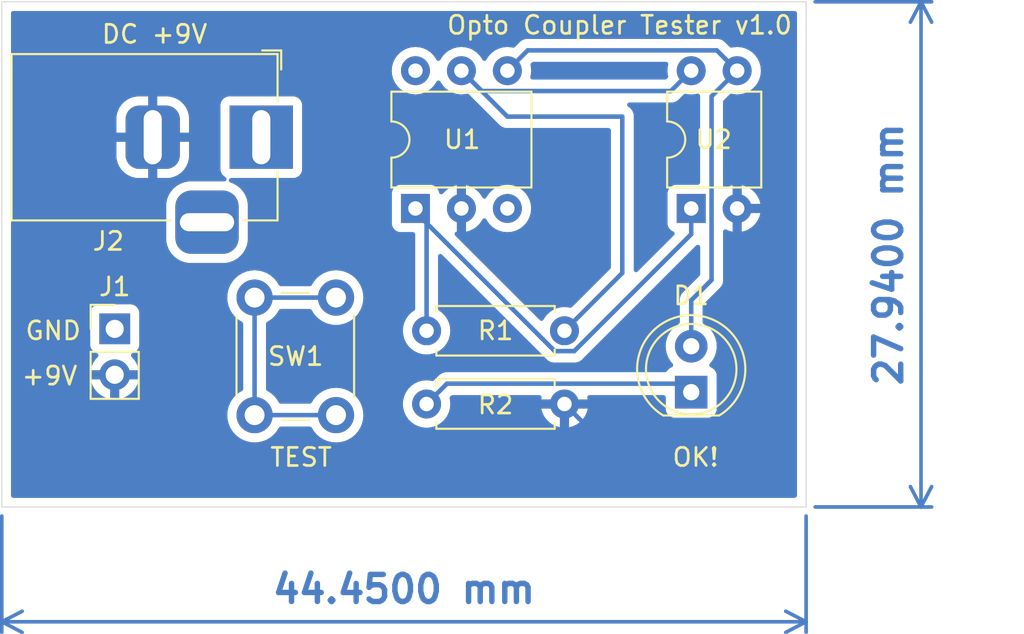
<source format=kicad_pcb>
(kicad_pcb (version 20211014) (generator pcbnew)
  (layers (0 "F.Cu" signal) (31 "B.Cu" signal) (34 "B.Paste" user) (35 "F.Paste" user) (36 "B.SilkS" user "B.Silkscreen") (37 "F.SilkS" user "F.Silkscreen") (38 "B.Mask" user) (39 "F.Mask" user) (44 "Edge.Cuts" user))
  (net 0 "")
  (net 1 "Net-(D1-Pad2)")
  (net 2 "Net-(D1-Pad1)")
  (net 3 "GND")
  (net 4 "Net-(R1-Pad2)")
  (net 5 "Net-(R1-Pad1)")
  (net 6 "+9V")
  (footprint "LED_THT:LED_D5.0mm" (layer "F.Cu") (at 149.86 114.3 90)
    (fp_text reference "D1" (at 5.334 0 180) (layer "F.SilkS"))
    (fp_text value "LED")
    (fp_line (start -1.29 -1.545) (end -1.29 1.545) (layer "F.SilkS") (width 0.12))
    (fp_arc (start -1.29 -1.54483) (mid 2.072002 -2.880433) (end 4.26 0.000462) (layer "F.SilkS") (width 0.12))
    (fp_arc (start 4.26 -0.000462) (mid 2.072002 2.880433) (end -1.29 1.54483) (layer "F.SilkS") (width 0.12))
    (fp_circle (center 1.27 0) (end 3.77 0) (layer "F.SilkS") (width 0.12) (fill none))
    (pad "1" thru_hole rect locked (at 0 0 90) (size 1.8 1.8) (drill 0.9) (layers *.Cu *.Mask) (net 2 "Net-(D1-Pad1)"))
    (pad "2" thru_hole circle locked (at 2.54 0 90) (size 1.8 1.8) (drill 0.9) (layers *.Cu *.Mask) (net 1 "Net-(D1-Pad2)"))
  )
  (footprint "Resistor_THT:R_Axial_DIN0207_L6.3mm_D2.5mm_P7.62mm_Horizontal" (layer "F.Cu") (at 135.235001 110.905001)
    (fp_text reference "R1" (at 3.81 -0.005001) (layer "F.SilkS"))
    (fp_text value "1k")
    (fp_line (start 0.54 1.37) (end 7.08 1.37) (layer "F.SilkS") (width 0.12))
    (fp_line (start 7.08 1.37) (end 7.08 1.04) (layer "F.SilkS") (width 0.12))
    (fp_line (start 0.54 1.04) (end 0.54 1.37) (layer "F.SilkS") (width 0.12))
    (fp_line (start 7.08 -1.37) (end 7.08 -1.04) (layer "F.SilkS") (width 0.12))
    (fp_line (start 0.54 -1.04) (end 0.54 -1.37) (layer "F.SilkS") (width 0.12))
    (fp_line (start 0.54 -1.37) (end 7.08 -1.37) (layer "F.SilkS") (width 0.12))
    (pad "1" thru_hole circle locked (at 0 0) (size 1.6 1.6) (drill 0.8) (layers *.Cu *.Mask) (net 5 "Net-(R1-Pad1)"))
    (pad "2" thru_hole oval locked (at 7.62 0) (size 1.6 1.6) (drill 0.8) (layers *.Cu *.Mask) (net 4 "Net-(R1-Pad2)"))
  )
  (footprint "Resistor_THT:R_Axial_DIN0207_L6.3mm_D2.5mm_P7.62mm_Horizontal" (layer "F.Cu") (at 135.235001 114.955001)
    (fp_text reference "R2" (at 3.81 0.044999) (layer "F.SilkS"))
    (fp_text value "220R")
    (fp_line (start 7.08 1.37) (end 7.08 1.04) (layer "F.SilkS") (width 0.12))
    (fp_line (start 0.54 -1.37) (end 7.08 -1.37) (layer "F.SilkS") (width 0.12))
    (fp_line (start 0.54 1.04) (end 0.54 1.37) (layer "F.SilkS") (width 0.12))
    (fp_line (start 0.54 1.37) (end 7.08 1.37) (layer "F.SilkS") (width 0.12))
    (fp_line (start 7.08 -1.37) (end 7.08 -1.04) (layer "F.SilkS") (width 0.12))
    (fp_line (start 0.54 -1.04) (end 0.54 -1.37) (layer "F.SilkS") (width 0.12))
    (pad "1" thru_hole circle locked (at 0 0) (size 1.6 1.6) (drill 0.8) (layers *.Cu *.Mask) (net 2 "Net-(D1-Pad1)"))
    (pad "2" thru_hole oval locked (at 7.62 0) (size 1.6 1.6) (drill 0.8) (layers *.Cu *.Mask) (net 3 "GND"))
  )
  (footprint "Button_Switch_THT:SW_PUSH_6mm_H8mm" (layer "F.Cu") (at 125.73 115.57 90)
    (fp_text reference "SW1" (at 3.25 2.27 180) (layer "F.SilkS"))
    (fp_text value "button")
    (fp_line (start 6.75 3) (end 6.75 1.5) (layer "F.SilkS") (width 0.12))
    (fp_line (start 1 5.5) (end 5.5 5.5) (layer "F.SilkS") (width 0.12))
    (fp_line (start -0.25 1.5) (end -0.25 3) (layer "F.SilkS") (width 0.12))
    (fp_line (start 5.5 -1) (end 1 -1) (layer "F.SilkS") (width 0.12))
    (pad "1" thru_hole circle locked (at 6.5 0 180) (size 2 2) (drill 1.1) (layers *.Cu *.Mask) (net 6 "+9V"))
    (pad "1" thru_hole circle locked (at 0 0 180) (size 2 2) (drill 1.1) (layers *.Cu *.Mask) (net 6 "+9V"))
    (pad "2" thru_hole circle locked (at 6.5 4.5 180) (size 2 2) (drill 1.1) (layers *.Cu *.Mask) (net 6 "+9V"))
    (pad "2" thru_hole circle locked (at 0 4.5 180) (size 2 2) (drill 1.1) (layers *.Cu *.Mask) (net 6 "+9V"))
  )
  (footprint "Package_DIP:DIP-6_W7.62mm" (layer "F.Cu") (at 134.62 104.14 90)
    (fp_text reference "U1" (at 3.81 2.58 180) (layer "F.SilkS"))
    (fp_text value "4N25")
    (fp_line (start 6.46 6.41) (end 6.46 -1.33) (layer "F.SilkS") (width 0.12))
    (fp_line (start 2.81 -1.33) (end 1.16 -1.33) (layer "F.SilkS") (width 0.12))
    (fp_line (start 1.16 -1.33) (end 1.16 6.41) (layer "F.SilkS") (width 0.12))
    (fp_line (start 1.16 6.41) (end 6.46 6.41) (layer "F.SilkS") (width 0.12))
    (fp_line (start 6.46 -1.33) (end 4.81 -1.33) (layer "F.SilkS") (width 0.12))
    (fp_arc (start 4.81 -1.33) (mid 3.81 -0.33) (end 2.81 -1.33) (layer "F.SilkS") (width 0.12))
    (pad "1" thru_hole rect locked (at 0 0 90) (size 1.6 1.6) (drill 0.8) (layers *.Cu *.Mask) (net 5 "Net-(R1-Pad1)"))
    (pad "2" thru_hole oval locked (at 0 2.54 90) (size 1.6 1.6) (drill 0.8) (layers *.Cu *.Mask) (net 3 "GND"))
    (pad "3" thru_hole oval locked (at 0 5.08 90) (size 1.6 1.6) (drill 0.8) (layers *.Cu *.Mask))
    (pad "4" thru_hole oval locked (at 7.62 5.08 90) (size 1.6 1.6) (drill 0.8) (layers *.Cu *.Mask) (net 1 "Net-(D1-Pad2)"))
    (pad "5" thru_hole oval locked (at 7.62 2.54 90) (size 1.6 1.6) (drill 0.8) (layers *.Cu *.Mask) (net 4 "Net-(R1-Pad2)"))
    (pad "6" thru_hole oval locked (at 7.62 0 90) (size 1.6 1.6) (drill 0.8) (layers *.Cu *.Mask))
  )
  (footprint "Package_DIP:DIP-4_W7.62mm" (layer "F.Cu") (at 149.86 104.14 90)
    (fp_text reference "U2" (at 3.81 1.24 180) (layer "F.SilkS"))
    (fp_text value "PC817")
    (fp_line (start 2.81 -1.33) (end 1.16 -1.33) (layer "F.SilkS") (width 0.12))
    (fp_line (start 1.16 -1.33) (end 1.16 3.87) (layer "F.SilkS") (width 0.12))
    (fp_line (start 1.16 3.87) (end 6.46 3.87) (layer "F.SilkS") (width 0.12))
    (fp_line (start 6.46 3.87) (end 6.46 -1.33) (layer "F.SilkS") (width 0.12))
    (fp_line (start 6.46 -1.33) (end 4.81 -1.33) (layer "F.SilkS") (width 0.12))
    (fp_arc (start 4.81 -1.33) (mid 3.81 -0.33) (end 2.81 -1.33) (layer "F.SilkS") (width 0.12))
    (pad "1" thru_hole rect locked (at 0 0 90) (size 1.6 1.6) (drill 0.8) (layers *.Cu *.Mask) (net 5 "Net-(R1-Pad1)"))
    (pad "2" thru_hole oval locked (at 0 2.54 90) (size 1.6 1.6) (drill 0.8) (layers *.Cu *.Mask) (net 3 "GND"))
    (pad "3" thru_hole oval locked (at 7.62 2.54 90) (size 1.6 1.6) (drill 0.8) (layers *.Cu *.Mask) (net 1 "Net-(D1-Pad2)"))
    (pad "4" thru_hole oval locked (at 7.62 0 90) (size 1.6 1.6) (drill 0.8) (layers *.Cu *.Mask) (net 4 "Net-(R1-Pad2)"))
  )
  (footprint "Connector_PinHeader_2.54mm:PinHeader_1x02_P2.54mm_Vertical" (layer "F.Cu") (at 118 110.8)
    (fp_text reference "J1" (at 0 -2.33) (layer "F.SilkS"))
    (fp_text value "BAT")
    (fp_line (start 1.33 1.27) (end 1.33 3.87) (layer "F.SilkS") (width 0.12))
    (fp_line (start -1.33 3.87) (end 1.33 3.87) (layer "F.SilkS") (width 0.12))
    (fp_line (start -1.33 1.27) (end -1.33 3.87) (layer "F.SilkS") (width 0.12))
    (fp_line (start -1.33 1.27) (end 1.33 1.27) (layer "F.SilkS") (width 0.12))
    (fp_line (start -1.33 0) (end -1.33 -1.33) (layer "F.SilkS") (width 0.12))
    (fp_line (start -1.33 -1.33) (end 0 -1.33) (layer "F.SilkS") (width 0.12))
    (pad "1" thru_hole rect (at 0 0) (size 1.7 1.7) (drill 1) (layers *.Cu *.Mask) (net 6 "+9V"))
    (pad "2" thru_hole oval (at 0 2.54) (size 1.7 1.7) (drill 1) (layers *.Cu *.Mask) (net 3 "GND"))
  )
  (footprint "Connector_BarrelJack:BarrelJack_Horizontal" (layer "F.Cu") (at 126.1 100.2)
    (fp_text reference "J2" (at -8.45 5.75) (layer "F.SilkS"))
    (fp_text value "JACK P4")
    (fp_line (start 0.9 -4.6) (end 0.9 -2) (layer "F.SilkS") (width 0.12))
    (fp_line (start -13.8 -4.6) (end 0.9 -4.6) (layer "F.SilkS") (width 0.12))
    (fp_line (start 1.1 -3.75) (end 1.1 -4.8) (layer "F.SilkS") (width 0.12))
    (fp_line (start 0.9 1.9) (end 0.9 4.6) (layer "F.SilkS") (width 0.12))
    (fp_line (start 0.05 -4.8) (end 1.1 -4.8) (layer "F.SilkS") (width 0.12))
    (fp_line (start -13.8 4.6) (end -13.8 -4.6) (layer "F.SilkS") (width 0.12))
    (fp_line (start -5 4.6) (end -13.8 4.6) (layer "F.SilkS") (width 0.12))
    (fp_line (start 0.9 4.6) (end -1 4.6) (layer "F.SilkS") (width 0.12))
    (pad "1" thru_hole rect (at 0 0) (size 3.5 3.5) (drill oval 1 3) (layers *.Cu *.Mask) (net 6 "+9V"))
    (pad "2" thru_hole roundrect (at -6 0) (size 3 3.5) (drill oval 1 3) (layers *.Cu *.Mask) (net 3 "GND"))
    (pad "3" thru_hole roundrect (at -3 4.7) (size 3.5 3.5) (drill oval 3 1) (layers *.Cu *.Mask))
  )
  (gr_line (start 156.21 92.71) (end 111.76 92.71) (layer "Edge.Cuts") (width 0.05))
  (gr_line (start 111.76 120.65) (end 156.21 120.65) (layer "Edge.Cuts") (width 0.05))
  (gr_line (start 156.21 120.65) (end 156.21 92.71) (layer "Edge.Cuts") (width 0.05))
  (gr_line (start 111.76 92.71) (end 111.76 120.65) (layer "Edge.Cuts") (width 0.05))
  (gr_text "+9V" (at 114.4 113.4) (layer "F.SilkS") (effects (font (size 1 1))))
  (gr_text "GND" (at 114.6 110.9) (layer "F.SilkS") (effects (font (size 1 1))))
  (gr_text "TEST" (at 128.3 117.9) (layer "F.SilkS") (effects (font (size 1 1))))
  (gr_text "DC +9V" (at 120.2 94.5) (layer "F.SilkS") (effects (font (size 1 1))))
  (gr_text "OK!" (at 150.1 117.9) (layer "F.SilkS") (effects (font (size 1 1))))
  (gr_text "Opto Coupler Tester v1.0" (at 145.9 94) (layer "F.SilkS") (effects (font (size 1 1))))
  (dimension (type aligned) (layer "B.Cu") (pts (xy 156.21 92.71) (xy 156.21 120.65)) (height -6.35) (gr_text "27,9400 mm" (at 160.76 106.68 90) (layer "B.Cu") (effects (font (size 1.5 1.5) (thickness 0.3)))) (format (units 3) (units_format 1) (precision 4)) (style (thickness 0.2) (arrow_length 1.27) (text_position_mode 0) (extension_height 0.58642) (extension_offset 0.5) keep_text_aligned))
  (dimension (type aligned) (layer "B.Cu") (pts (xy 111.76 120.65) (xy 156.21 120.65)) (height 6.35) (gr_text "44,4500 mm" (at 133.985 125.2) (layer "B.Cu") (effects (font (size 1.5 1.5) (thickness 0.3)))) (format (units 3) (units_format 1) (precision 4)) (style (thickness 0.2) (arrow_length 1.27) (text_position_mode 0) (extension_height 0.58642) (extension_offset 0.5) keep_text_aligned))
  (segment (start 152.4 96.52) (end 150.985001 97.934999) (width 0.25) (layer "B.Cu") (net 1))
  (segment (start 149.86 109.22) (end 149.86 111.76) (width 0.25) (layer "B.Cu") (net 1))
  (segment (start 151.274999 95.394999) (end 140.825001 95.394999) (width 0.25) (layer "B.Cu") (net 1))
  (segment (start 140.825001 95.394999) (end 139.7 96.52) (width 0.25) (layer "B.Cu") (net 1))
  (segment (start 150.985001 97.934999) (end 150.985001 108.094999) (width 0.25) (layer "B.Cu") (net 1))
  (segment (start 152.4 96.52) (end 151.274999 95.394999) (width 0.25) (layer "B.Cu") (net 1))
  (segment (start 150.985001 108.094999) (end 149.86 109.22) (width 0.25) (layer "B.Cu") (net 1))
  (segment (start 149.39 113.83) (end 136.360002 113.83) (width 0.25) (layer "B.Cu") (net 2))
  (segment (start 149.86 114.3) (end 149.39 113.83) (width 0.25) (layer "B.Cu") (net 2))
  (segment (start 136.360002 113.83) (end 135.235001 114.955001) (width 0.25) (layer "B.Cu") (net 2))
  (segment (start 144.025001 116.125001) (end 151.620001 116.125001) (width 0.25) (layer "B.Cu") (net 3))
  (segment (start 152.4 104.14) (end 152.4 115.345002) (width 0.25) (layer "B.Cu") (net 3))
  (segment (start 152.4 115.345002) (end 151.620001 116.125001) (width 0.25) (layer "B.Cu") (net 3))
  (segment (start 151.620001 116.125001) (end 151.685001 116.060001) (width 0.25) (layer "B.Cu") (net 3))
  (segment (start 142.855001 114.955001) (end 144.025001 116.125001) (width 0.25) (layer "B.Cu") (net 3))
  (segment (start 146.05 107.710002) (end 142.855001 110.905001) (width 0.25) (layer "B.Cu") (net 4))
  (segment (start 139.7 99.06) (end 146.05 99.06) (width 0.25) (layer "B.Cu") (net 4))
  (segment (start 149.86 96.52) (end 148.734999 97.645001) (width 0.25) (layer "B.Cu") (net 4))
  (segment (start 146.05 99.06) (end 146.05 107.710002) (width 0.25) (layer "B.Cu") (net 4))
  (segment (start 148.734999 97.645001) (end 138.285001 97.645001) (width 0.25) (layer "B.Cu") (net 4))
  (segment (start 137.16 96.52) (end 139.7 99.06) (width 0.25) (layer "B.Cu") (net 4))
  (segment (start 138.285001 97.645001) (end 137.16 96.52) (width 0.25) (layer "B.Cu") (net 4))
  (segment (start 135.235001 110.905001) (end 135.235001 104.755001) (width 0.25) (layer "B.Cu") (net 5))
  (segment (start 143.395002 112.030002) (end 142.315 112.030002) (width 0.25) (layer "B.Cu") (net 5))
  (segment (start 149.86 104.14) (end 149.86 105.565004) (width 0.25) (layer "B.Cu") (net 5))
  (segment (start 149.86 105.565004) (end 143.395002 112.030002) (width 0.25) (layer "B.Cu") (net 5))
  (segment (start 134.62 104.335002) (end 134.62 104.14) (width 0.25) (layer "B.Cu") (net 5))
  (segment (start 135.235001 104.755001) (end 134.62 104.14) (width 0.25) (layer "B.Cu") (net 5))
  (segment (start 142.315 112.030002) (end 134.62 104.335002) (width 0.25) (layer "B.Cu") (net 5))
  (segment (start 125.73 115.57) (end 130.23 115.57) (width 0.25) (layer "B.Cu") (net 6))
  (segment (start 125.73 115.57) (end 125.73 109.07) (width 0.25) (layer "B.Cu") (net 6))
  (segment (start 125.73 109.07) (end 130.23 109.07) (width 0.25) (layer "B.Cu") (net 6))
  (zone (net 0) (net_name "") (layer "B.Cu") (connect_pads (clearance 0.508)) (min_thickness 0.254) (fill yes (thermal_gap 0.508) (thermal_bridge_width 0.508))
    (polygon (pts (xy 156.21 120.65) (xy 111.76 120.65) (xy 111.76 92.71) (xy 156.21 92.71)))
  )
  (zone (net 3) (net_name "GND") (layer "B.Cu") (connect_pads (clearance 0.508)) (min_thickness 0.254) (fill yes (thermal_gap 0.508) (thermal_bridge_width 0.508))
    (polygon (pts (xy 156.21 120.65) (xy 111.76 120.65) (xy 111.8 92.7) (xy 156.2 92.7)))
  )
)
</source>
